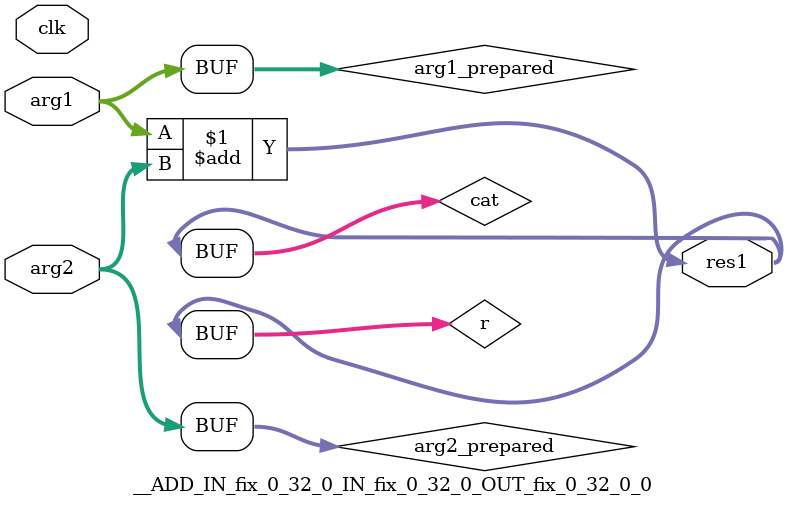
<source format=sv>


module __CAST_IN_bits_32_OUT_fix_0_32_0_0 (input [31:0] arg1, output [31:0] res1, input clk);
  wire [31:0] cat;

  assign cat = {{0{1'h0}}, arg1};
  assign res1 = cat[31:0];
endmodule // __CAST_IN_bits_32_OUT_fix_0_32_0_0



module __ADD_IN_fix_0_32_0_IN_fix_0_32_0_OUT_fix_0_32_0_0 (input [31:0] arg1, input [31:0] arg2, output [31:0] res1, input clk);
  wire [31:0] r;
  wire [31:0] cat;

  wire [31:0] arg1_prepared;
  wire [31:0] arg2_prepared;

  assign arg1_prepared = {{0{1'h0}}, arg1};
  assign arg2_prepared = {{0{1'h0}}, arg2};

  assign r = arg1_prepared + arg2_prepared;

  assign cat = {{0{1'h0}}, r};
  assign res1 = cat[31:0];
endmodule // __ADD_IN_fix_0_32_0_IN_fix_0_32_0_OUT_fix_0_32_0_0




</source>
